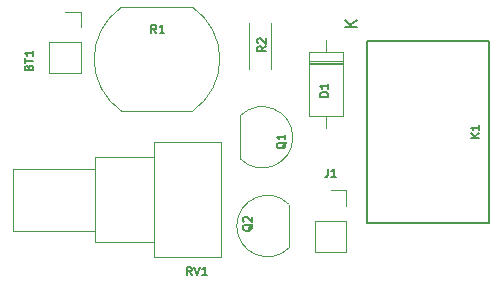
<source format=gbr>
%TF.GenerationSoftware,KiCad,Pcbnew,(5.1.12)-1*%
%TF.CreationDate,2023-08-22T11:28:01+05:30*%
%TF.ProjectId,auto street,6175746f-2073-4747-9265-65742e6b6963,rev?*%
%TF.SameCoordinates,Original*%
%TF.FileFunction,Legend,Top*%
%TF.FilePolarity,Positive*%
%FSLAX46Y46*%
G04 Gerber Fmt 4.6, Leading zero omitted, Abs format (unit mm)*
G04 Created by KiCad (PCBNEW (5.1.12)-1) date 2023-08-22 11:28:01*
%MOMM*%
%LPD*%
G01*
G04 APERTURE LIST*
%ADD10C,0.120000*%
%ADD11C,0.127000*%
%ADD12C,0.150000*%
G04 APERTURE END LIST*
D10*
%TO.C,RV1*%
X215221000Y-131620000D02*
X209580000Y-131620000D01*
X215221000Y-121880000D02*
X209580000Y-121880000D01*
X215221000Y-131620000D02*
X215221000Y-121880000D01*
X209580000Y-131620000D02*
X209580000Y-121880000D01*
X209580000Y-130370000D02*
X204580000Y-130370000D01*
X209580000Y-123130000D02*
X204580000Y-123130000D01*
X209580000Y-130370000D02*
X209580000Y-123130000D01*
X204580000Y-130370000D02*
X204580000Y-123130000D01*
X204580000Y-129370000D02*
X197580000Y-129370000D01*
X204580000Y-124130000D02*
X197580000Y-124130000D01*
X204580000Y-129370000D02*
X204580000Y-124130000D01*
X197580000Y-129370000D02*
X197580000Y-124130000D01*
%TO.C,R2*%
X219420000Y-111820000D02*
X219420000Y-115660000D01*
X217580000Y-111820000D02*
X217580000Y-115660000D01*
%TO.C,R1*%
X212832650Y-119227560D02*
G75*
G03*
X212800000Y-110450000I-3032650J4377560D01*
G01*
X206767350Y-110472440D02*
G75*
G03*
X206800000Y-119250000I3032650J-4377560D01*
G01*
X206800000Y-119250000D02*
X212800000Y-119250000D01*
X206800000Y-110450000D02*
X212800000Y-110450000D01*
%TO.C,Q2*%
X220988478Y-127141522D02*
G75*
G03*
X216550000Y-128980000I-1838478J-1838478D01*
G01*
X220988478Y-130818478D02*
G75*
G02*
X216550000Y-128980000I-1838478J1838478D01*
G01*
X221000000Y-130780000D02*
X221000000Y-127180000D01*
%TO.C,Q1*%
X216861522Y-123308478D02*
G75*
G03*
X221300000Y-121470000I1838478J1838478D01*
G01*
X216861522Y-119631522D02*
G75*
G02*
X221300000Y-121470000I1838478J-1838478D01*
G01*
X216850000Y-119670000D02*
X216850000Y-123270000D01*
D11*
%TO.C,K1*%
X227550000Y-128700000D02*
X227550000Y-113300000D01*
X227550000Y-113300000D02*
X237950000Y-113300000D01*
X237950000Y-113300000D02*
X237950000Y-128700000D01*
X237950000Y-128700000D02*
X227550000Y-128700000D01*
D10*
%TO.C,J1*%
X223170000Y-128570000D02*
X225830000Y-128570000D01*
X223170000Y-128570000D02*
X223170000Y-131170000D01*
X223170000Y-131170000D02*
X225830000Y-131170000D01*
X225830000Y-128570000D02*
X225830000Y-131170000D01*
X225830000Y-125970000D02*
X225830000Y-127300000D01*
X224500000Y-125970000D02*
X225830000Y-125970000D01*
%TO.C,D1*%
X225570000Y-114260000D02*
X222630000Y-114260000D01*
X222630000Y-114260000D02*
X222630000Y-119700000D01*
X222630000Y-119700000D02*
X225570000Y-119700000D01*
X225570000Y-119700000D02*
X225570000Y-114260000D01*
X224100000Y-113240000D02*
X224100000Y-114260000D01*
X224100000Y-120720000D02*
X224100000Y-119700000D01*
X225570000Y-115160000D02*
X222630000Y-115160000D01*
X225570000Y-115280000D02*
X222630000Y-115280000D01*
X225570000Y-115040000D02*
X222630000Y-115040000D01*
%TO.C,BT1*%
X200670000Y-113420000D02*
X203330000Y-113420000D01*
X200670000Y-113420000D02*
X200670000Y-116020000D01*
X200670000Y-116020000D02*
X203330000Y-116020000D01*
X203330000Y-113420000D02*
X203330000Y-116020000D01*
X203330000Y-110820000D02*
X203330000Y-112150000D01*
X202000000Y-110820000D02*
X203330000Y-110820000D01*
%TO.C,RV1*%
D12*
X212751428Y-133155714D02*
X212511428Y-132812857D01*
X212340000Y-133155714D02*
X212340000Y-132435714D01*
X212614285Y-132435714D01*
X212682857Y-132470000D01*
X212717142Y-132504285D01*
X212751428Y-132572857D01*
X212751428Y-132675714D01*
X212717142Y-132744285D01*
X212682857Y-132778571D01*
X212614285Y-132812857D01*
X212340000Y-132812857D01*
X212957142Y-132435714D02*
X213197142Y-133155714D01*
X213437142Y-132435714D01*
X214054285Y-133155714D02*
X213642857Y-133155714D01*
X213848571Y-133155714D02*
X213848571Y-132435714D01*
X213780000Y-132538571D01*
X213711428Y-132607142D01*
X213642857Y-132641428D01*
%TO.C,R2*%
X219025714Y-113770000D02*
X218682857Y-114010000D01*
X219025714Y-114181428D02*
X218305714Y-114181428D01*
X218305714Y-113907142D01*
X218340000Y-113838571D01*
X218374285Y-113804285D01*
X218442857Y-113770000D01*
X218545714Y-113770000D01*
X218614285Y-113804285D01*
X218648571Y-113838571D01*
X218682857Y-113907142D01*
X218682857Y-114181428D01*
X218374285Y-113495714D02*
X218340000Y-113461428D01*
X218305714Y-113392857D01*
X218305714Y-113221428D01*
X218340000Y-113152857D01*
X218374285Y-113118571D01*
X218442857Y-113084285D01*
X218511428Y-113084285D01*
X218614285Y-113118571D01*
X219025714Y-113530000D01*
X219025714Y-113084285D01*
%TO.C,R1*%
X209740000Y-112675714D02*
X209500000Y-112332857D01*
X209328571Y-112675714D02*
X209328571Y-111955714D01*
X209602857Y-111955714D01*
X209671428Y-111990000D01*
X209705714Y-112024285D01*
X209740000Y-112092857D01*
X209740000Y-112195714D01*
X209705714Y-112264285D01*
X209671428Y-112298571D01*
X209602857Y-112332857D01*
X209328571Y-112332857D01*
X210425714Y-112675714D02*
X210014285Y-112675714D01*
X210220000Y-112675714D02*
X210220000Y-111955714D01*
X210151428Y-112058571D01*
X210082857Y-112127142D01*
X210014285Y-112161428D01*
%TO.C,Q2*%
X217869285Y-128843571D02*
X217835000Y-128912142D01*
X217766428Y-128980714D01*
X217663571Y-129083571D01*
X217629285Y-129152142D01*
X217629285Y-129220714D01*
X217800714Y-129186428D02*
X217766428Y-129255000D01*
X217697857Y-129323571D01*
X217560714Y-129357857D01*
X217320714Y-129357857D01*
X217183571Y-129323571D01*
X217115000Y-129255000D01*
X217080714Y-129186428D01*
X217080714Y-129049285D01*
X217115000Y-128980714D01*
X217183571Y-128912142D01*
X217320714Y-128877857D01*
X217560714Y-128877857D01*
X217697857Y-128912142D01*
X217766428Y-128980714D01*
X217800714Y-129049285D01*
X217800714Y-129186428D01*
X217149285Y-128603571D02*
X217115000Y-128569285D01*
X217080714Y-128500714D01*
X217080714Y-128329285D01*
X217115000Y-128260714D01*
X217149285Y-128226428D01*
X217217857Y-128192142D01*
X217286428Y-128192142D01*
X217389285Y-128226428D01*
X217800714Y-128637857D01*
X217800714Y-128192142D01*
%TO.C,Q1*%
X220714285Y-121888571D02*
X220680000Y-121957142D01*
X220611428Y-122025714D01*
X220508571Y-122128571D01*
X220474285Y-122197142D01*
X220474285Y-122265714D01*
X220645714Y-122231428D02*
X220611428Y-122300000D01*
X220542857Y-122368571D01*
X220405714Y-122402857D01*
X220165714Y-122402857D01*
X220028571Y-122368571D01*
X219960000Y-122300000D01*
X219925714Y-122231428D01*
X219925714Y-122094285D01*
X219960000Y-122025714D01*
X220028571Y-121957142D01*
X220165714Y-121922857D01*
X220405714Y-121922857D01*
X220542857Y-121957142D01*
X220611428Y-122025714D01*
X220645714Y-122094285D01*
X220645714Y-122231428D01*
X220645714Y-121237142D02*
X220645714Y-121648571D01*
X220645714Y-121442857D02*
X219925714Y-121442857D01*
X220028571Y-121511428D01*
X220097142Y-121580000D01*
X220131428Y-121648571D01*
%TO.C,K1*%
X237075714Y-121531428D02*
X236355714Y-121531428D01*
X237075714Y-121120000D02*
X236664285Y-121428571D01*
X236355714Y-121120000D02*
X236767142Y-121531428D01*
X237075714Y-120434285D02*
X237075714Y-120845714D01*
X237075714Y-120640000D02*
X236355714Y-120640000D01*
X236458571Y-120708571D01*
X236527142Y-120777142D01*
X236561428Y-120845714D01*
%TO.C,J1*%
X224260000Y-124135714D02*
X224260000Y-124650000D01*
X224225714Y-124752857D01*
X224157142Y-124821428D01*
X224054285Y-124855714D01*
X223985714Y-124855714D01*
X224980000Y-124855714D02*
X224568571Y-124855714D01*
X224774285Y-124855714D02*
X224774285Y-124135714D01*
X224705714Y-124238571D01*
X224637142Y-124307142D01*
X224568571Y-124341428D01*
%TO.C,D1*%
X224295714Y-118031428D02*
X223575714Y-118031428D01*
X223575714Y-117860000D01*
X223610000Y-117757142D01*
X223678571Y-117688571D01*
X223747142Y-117654285D01*
X223884285Y-117620000D01*
X223987142Y-117620000D01*
X224124285Y-117654285D01*
X224192857Y-117688571D01*
X224261428Y-117757142D01*
X224295714Y-117860000D01*
X224295714Y-118031428D01*
X224295714Y-116934285D02*
X224295714Y-117345714D01*
X224295714Y-117140000D02*
X223575714Y-117140000D01*
X223678571Y-117208571D01*
X223747142Y-117277142D01*
X223781428Y-117345714D01*
X226742380Y-112141904D02*
X225742380Y-112141904D01*
X226742380Y-111570476D02*
X226170952Y-111999047D01*
X225742380Y-111570476D02*
X226313809Y-112141904D01*
%TO.C,BT1*%
X198948571Y-115565714D02*
X198982857Y-115462857D01*
X199017142Y-115428571D01*
X199085714Y-115394285D01*
X199188571Y-115394285D01*
X199257142Y-115428571D01*
X199291428Y-115462857D01*
X199325714Y-115531428D01*
X199325714Y-115805714D01*
X198605714Y-115805714D01*
X198605714Y-115565714D01*
X198640000Y-115497142D01*
X198674285Y-115462857D01*
X198742857Y-115428571D01*
X198811428Y-115428571D01*
X198880000Y-115462857D01*
X198914285Y-115497142D01*
X198948571Y-115565714D01*
X198948571Y-115805714D01*
X198605714Y-115188571D02*
X198605714Y-114777142D01*
X199325714Y-114982857D02*
X198605714Y-114982857D01*
X199325714Y-114160000D02*
X199325714Y-114571428D01*
X199325714Y-114365714D02*
X198605714Y-114365714D01*
X198708571Y-114434285D01*
X198777142Y-114502857D01*
X198811428Y-114571428D01*
%TD*%
M02*

</source>
